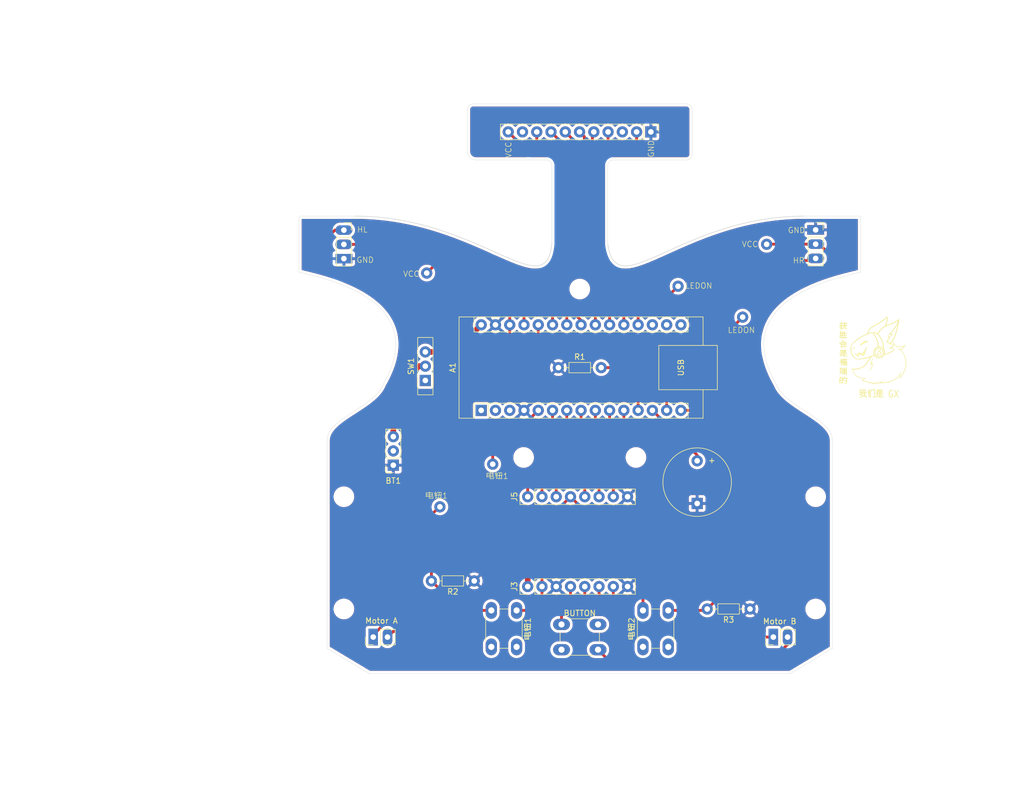
<source format=kicad_pcb>
(kicad_pcb (version 20241229) (generator "pcbnew") (generator_version "9.0")
  (title_block (title "Placa robot velocista grupo 10") (date "2025-11-09") (company "Facultad de Ciencias Físicas y Matemáticas de la Universidad de Chile"))
  (layers (0 "F.Cu" signal) (2 "B.Cu" signal) (13 "F.Paste" user) (15 "B.Paste" user) (5 "F.SilkS" user "F.Silkscreen") (7 "B.SilkS" user "B.Silkscreen") (1 "F.Mask" user) (3 "B.Mask" user) (25 "Edge.Cuts" user))
  (net 0 "")
  (net 3 "D1")
  (net 5 "电钮2")
  (net 6 "GND")
  (net 7 "PWMB")
  (net 8 "D4")
  (net 9 "D2")
  (net 10 "HL")
  (net 11 "电钮1")
  (net 12 "BIN1")
  (net 13 "BUTTON")
  (net 14 "BUZZER")
  (net 15 "AIN2")
  (net 16 "BIN2")
  (net 17 "VCC")
  (net 18 "AIN1")
  (net 20 "D3")
  (net 21 "7.4V")
  (net 22 "LEDON")
  (net 23 "D6")
  (net 25 "PWMA")
  (net 26 "HR")
  (net 27 "D5")
  (net 30 "B01")
  (net 31 "B02")
  (net 32 "A02")
  (net 33 "A01")
  (net 34 "Net-(BT1-+)")
  (footprint "Connector_PinHeader_1.00mm:PinHeader_1x01_P1.00mm_Vertical" (layer "F.Cu") (at 179 88)
    (property "Reference" "REF**" (hide yes))
    (property "Value" "PinHeader_1x01_P1.00mm_Vertical")
    (pad "1" thru_hole circle (at 0 0) (size 2 2) (drill 1) (layers "*.Cu" "*.Mask") (net 22 "LEDON"))
  )
  (footprint "Resistor_THT:R_Axial_DIN0204_L3.6mm_D1.6mm_P7.62mm_Horizontal" (layer "F.Cu") (at 131.21 135 180)
    (property "Reference" "R2" (at 3.81 -1.92 0) (layer "F.SilkS"))
    (property "Value" "10KΩ")
    (pad "1" thru_hole circle (at 0 0 180) (size 2 2) (drill 1) (layers "*.Cu" "*.Mask") (net 6 "GND"))
    (pad "2" thru_hole circle (at 7.62 0 180) (size 2 2) (drill 1) (layers "*.Cu" "*.Mask") (net 11 "电钮1"))
  )
  (footprint "MountingHole:MountingHole_2.7mm" (layer "F.Cu") (at 108 120)
    (property "Reference" "REF**" (hide yes))
    (property "Value" "MountingHole_2.7mm")
    (pad "" np_thru_hole circle (at 0 0) (size 2.7 2.7) (drill 2.7) (layers "*.Cu" "*.Mask"))
  )
  (footprint "Connector_PinHeader_2.54mm:PinHeader_1x02_P2.54mm_Vertical" (layer "F.Cu") (at 113.225 145 90)
    (property "Reference" "Motor A" (at 2.9 1.475 0) (layer "F.SilkS"))
    (property "Value" "Motor_DC")
    (pad "1" thru_hole rect (at 0 0 90) (size 3 1.7) (drill 1) (layers "*.Cu" "*.Mask") (net 33 "A01"))
    (pad "2" thru_hole oval (at 0 2.54 90) (size 3 1.7) (drill 1) (layers "*.Cu" "*.Mask") (net 32 "A02"))
  )
  (footprint "Connector_PinHeader_2.54mm:PinHeader_1x08_P2.54mm_Vertical" (layer "F.Cu") (at 140.73 120 90)
    (property "Reference" "J5" (at 0 -2.38 90) (layer "F.SilkS"))
    (property "Value" "Conn_01x08")
    (pad "1" thru_hole circle (at 0 0 90) (size 2 2) (drill 1) (layers "*.Cu" "*.Mask") (net 25 "PWMA"))
    (pad "2" thru_hole circle (at 0 2.54 90) (size 2 2) (drill 1) (layers "*.Cu" "*.Mask") (net 18 "AIN1"))
    (pad "3" thru_hole circle (at 0 5.08 90) (size 2 2) (drill 1) (layers "*.Cu" "*.Mask") (net 15 "AIN2"))
    (pad "4" thru_hole circle (at 0 7.62 90) (size 2 2) (drill 1) (layers "*.Cu" "*.Mask") (net 17 "VCC"))
    (pad "5" thru_hole circle (at 0 10.16 90) (size 2 2) (drill 1) (layers "*.Cu" "*.Mask") (net 12 "BIN1"))
    (pad "6" thru_hole circle (at 0 12.7 90) (size 2 2) (drill 1) (layers "*.Cu" "*.Mask") (net 16 "BIN2"))
    (pad "7" thru_hole circle (at 0 15.24 90) (size 2 2) (drill 1) (layers "*.Cu" "*.Mask") (net 7 "PWMB"))
    (pad "8" thru_hole circle (at 0 17.78 90) (size 2 2) (drill 1) (layers "*.Cu" "*.Mask") (net 6 "GND"))
  )
  (footprint "Connector_PinHeader_2.54mm:PinHeader_1x11_P2.54mm_Vertical" (layer "F.Cu") (at 162.66 55 -90)
    (property "Reference" "GND" (hide yes))
    (property "Value" "LineSensor")
    (pad "1" thru_hole rect (at 0 0 270) (size 2 2) (drill 1) (layers "*.Cu" "*.Mask") (net 6 "GND"))
    (pad "2" thru_hole circle (at 0 2.54 270) (size 2 2) (drill 1) (layers "*.Cu" "*.Mask") (net 22 "LEDON"))
    (pad "3" thru_hole circle (at 0 5.08 270) (size 2 2) (drill 1) (layers "*.Cu" "*.Mask"))
    (pad "4" thru_hole circle (at 0 7.62 270) (size 2 2) (drill 1) (layers "*.Cu" "*.Mask") (net 3 "D1"))
    (pad "5" thru_hole circle (at 0 10.16 270) (size 2 2) (drill 1) (layers "*.Cu" "*.Mask") (net 9 "D2"))
    (pad "6" thru_hole circle (at 0 12.7 270) (size 2 2) (drill 1) (layers "*.Cu" "*.Mask") (net 20 "D3"))
    (pad "7" thru_hole circle (at 0 15.24 270) (size 2 2) (drill 1) (layers "*.Cu" "*.Mask") (net 8 "D4"))
    (pad "8" thru_hole circle (at 0 17.78 270) (size 2 2) (drill 1) (layers "*.Cu" "*.Mask") (net 27 "D5"))
    (pad "9" thru_hole circle (at 0 20.32 270) (size 2 2) (drill 1) (layers "*.Cu" "*.Mask") (net 23 "D6"))
    (pad "10" thru_hole circle (at 0 22.86 270) (size 2 2) (drill 1) (layers "*.Cu" "*.Mask"))
    (pad "11" thru_hole circle (at 0 25.4 270) (size 2 2) (drill 1) (layers "*.Cu" "*.Mask") (net 17 "VCC"))
  )
  (footprint "MountingHole:MountingHole_2.7mm" (layer "F.Cu") (at 192 140)
    (property "Reference" "REF**" (hide yes))
    (property "Value" "MountingHole_2.7mm")
    (pad "" np_thru_hole circle (at 0 0) (size 2.7 2.7) (drill 2.7) (layers "*.Cu" "*.Mask"))
  )
  (footprint "MountingHole:MountingHole_2.7mm" (layer "F.Cu") (at 150 83)
    (property "Reference" "REF**" (hide yes))
    (property "Value" "MountingHole_2.7mm")
    (pad "" np_thru_hole circle (at 0 0) (size 2.7 2.7) (drill 2.7) (layers "*.Cu" "*.Mask"))
  )
  (footprint "Resistor_THT:R_Axial_DIN0204_L3.6mm_D1.6mm_P7.62mm_Horizontal" (layer "F.Cu") (at 146.19 97)
    (property "Reference" "R1" (at 3.81 -1.92 0) (layer "F.SilkS"))
    (property "Value" "47KΩ")
    (pad "1" thru_hole circle (at 0 0) (size 2 2) (drill 1) (layers "*.Cu" "*.Mask") (net 6 "GND"))
    (pad "2" thru_hole circle (at 7.62 0) (size 2 2) (drill 1) (layers "*.Cu" "*.Mask") (net 13 "BUTTON"))
  )
  (footprint "Connector_PinSocket_2.54mm:PinSocket_1x03_P2.54mm_Vertical" (layer "F.Cu") (at 116.8 114.38 180)
    (property "Reference" "BT1" (at 0 -2.77 0) (layer "F.SilkS"))
    (property "Value" "Battery")
    (pad "1" thru_hole circle (at 0 5.08 180) (size 2 2) (drill 1) (layers "*.Cu" "*.Mask") (net 34 "Net-(BT1-+)"))
    (pad "2" thru_hole rect (at 0 0 180) (size 2 2) (drill 1) (layers "*.Cu" "*.Mask") (net 6 "GND"))
    (pad "3" thru_hole circle (at 0 2.54 180) (size 2 2) (drill 1) (layers "*.Cu" "*.Mask"))
  )
  (footprint "Button_Switch_THT:SW_PUSH_6mm_H5mm" (layer "F.Cu") (at 138.75 140.25 -90)
    (property "Reference" "电钮1" (at 3.25 -2 90) (layer "F.SilkS"))
    (property "Value" "SW_Push")
    (pad "1" thru_hole oval (at 0 0) (size 2 3) (drill 1.1) (layers "*.Cu" "*.Mask") (net 17 "VCC"))
    (pad "1" thru_hole oval (at 6.5 0) (size 2 3) (drill 1.1) (layers "*.Cu" "*.Mask") (net 17 "VCC"))
    (pad "2" thru_hole oval (at 0 4.5) (size 2 3) (drill 1.1) (layers "*.Cu" "*.Mask") (net 11 "电钮1"))
    (pad "2" thru_hole oval (at 6.5 4.5) (size 2 3) (drill 1.1) (layers "*.Cu" "*.Mask") (net 11 "电钮1"))
  )
  (footprint "Connector_PinHeader_2.54mm:PinHeader_1x02_P2.54mm_Vertical" (layer "F.Cu") (at 184.46 145 90)
    (property "Reference" "Motor B" (at 2.8 1.14 0) (layer "F.SilkS"))
    (property "Value" "Motor_DC")
    (pad "1" thru_hole rect (at 0 0 90) (size 3 1.7) (drill 1) (layers "*.Cu" "*.Mask") (net 30 "B01"))
    (pad "2" thru_hole oval (at 0 2.54 90) (size 3 1.7) (drill 1) (layers "*.Cu" "*.Mask") (net 31 "B02"))
  )
  (footprint "Button_Switch_THT:SW_PUSH_6mm_H5mm" (layer "F.Cu") (at 146.75 142.75)
    (property "Reference" "BUTTON" (at 3.25 -2 0) (layer "F.SilkS"))
    (property "Value" "SW_Push")
    (pad "1" thru_hole oval (at 0 0 90) (size 2 3) (drill 1.1) (layers "*.Cu" "*.Mask") (net 17 "VCC"))
    (pad "1" thru_hole oval (at 6.5 0 90) (size 2 3) (drill 1.1) (layers "*.Cu" "*.Mask") (net 17 "VCC"))
    (pad "2" thru_hole oval (at 0 4.5 90) (size 2 3) (drill 1.1) (layers "*.Cu" "*.Mask") (net 13 "BUTTON"))
    (pad "2" thru_hole oval (at 6.5 4.5 90) (size 2 3) (drill 1.1) (layers "*.Cu" "*.Mask") (net 13 "BUTTON"))
  )
  (footprint "Connector_PinHeader_1.00mm:PinHeader_1x01_P1.00mm_Vertical" (layer "F.Cu") (at 134.5 114.2)
    (property "Reference" "REF**" (hide yes))
    (property "Value" "PinHeader_1x01_P1.00mm_Vertical")
    (pad "1" thru_hole circle (at 0 0) (size 2 2) (drill 1) (layers "*.Cu" "*.Mask") (net 11 "电钮1"))
  )
  (footprint "MountingHole:MountingHole_2.7mm" (layer "F.Cu") (at 192 120)
    (property "Reference" "REF**" (hide yes))
    (property "Value" "MountingHole_2.7mm")
    (pad "" np_thru_hole circle (at 0 0) (size 2.7 2.7) (drill 2.7) (layers "*.Cu" "*.Mask"))
  )
  (footprint "MountingHole:MountingHole_2.7mm" (layer "F.Cu") (at 160 113)
    (property "Reference" "REF**" (hide yes))
    (property "Value" "MountingHole_2.7mm")
    (pad "" np_thru_hole circle (at 0 0) (size 2.7 2.7) (drill 2.7) (layers "*.Cu" "*.Mask"))
  )
  (footprint "Button_Switch_THT:SW_PUSH_6mm_H5mm" (layer "F.Cu") (at 161.25 146.75 90)
    (property "Reference" "电钮2" (at 3.25 -2 90) (layer "F.SilkS"))
    (property "Value" "SW_Push")
    (pad "1" thru_hole oval (at 0 0 180) (size 2 3) (drill 1.1) (layers "*.Cu" "*.Mask") (net 17 "VCC"))
    (pad "1" thru_hole oval (at 6.5 0 180) (size 2 3) (drill 1.1) (layers "*.Cu" "*.Mask") (net 17 "VCC"))
    (pad "2" thru_hole oval (at 0 4.5 180) (size 2 3) (drill 1.1) (layers "*.Cu" "*.Mask") (net 5 "电钮2"))
    (pad "2" thru_hole oval (at 6.5 4.5 180) (size 2 3) (drill 1.1) (layers "*.Cu" "*.Mask") (net 5 "电钮2"))
  )
  (footprint "Connector_PinHeader_1.00mm:PinHeader_1x01_P1.00mm_Vertical" (layer "F.Cu") (at 183.275 75.025)
    (property "Reference" "REF**" (hide yes))
    (property "Value" "PinHeader_1x01_P1.00mm_Vertical")
    (pad "1" thru_hole circle (at 0 0) (size 2 2) (drill 1) (layers "*.Cu" "*.Mask") (net 17 "VCC"))
  )
  (footprint "Button_Switch_THT:SW_Slide-03_Wuerth-WS-SLTV_10x2.5x6.4_P2.54mm" (layer "F.Cu") (at 122.5 96.74 90)
    (property "Reference" "SW1" (at 0 -2.54 90) (layer "F.SilkS"))
    (property "Value" "SW_Nidec_CAS-120A1")
    (pad "1" thru_hole rect (at -2.54 0 90) (size 2 2) (drill 1) (layers "*.Cu" "*.Mask"))
    (pad "2" thru_hole circle (at 0 0 90) (size 2 2) (drill 1) (layers "*.Cu" "*.Mask") (net 34 "Net-(BT1-+)"))
    (pad "3" thru_hole circle (at 2.54 0 90) (size 2 2) (drill 1) (layers "*.Cu" "*.Mask") (net 21 "7.4V"))
  )
  (footprint "Buzzer_Beeper:Buzzer_12x9.5RM7.6" (layer "F.Cu") (at 170.9 113.6 -90)
    (property "Reference" "BZ1" (hide yes))
    (property "Value" "Buzzer")
    (fp_text user "+" (at -0.01 -2.54 90) (layer "F.SilkS"))
    (pad "1" thru_hole circle (at 0 0 270) (size 2 2) (drill 1) (layers "*.Cu" "*.Mask") (net 14 "BUZZER"))
    (pad "2" thru_hole rect (at 7.6 0 270) (size 2 2) (drill 1) (layers "*.Cu" "*.Mask") (net 6 "GND"))
  )
  (footprint "Connector_PinSocket_2.54mm:PinSocket_1x03_P2.54mm_Vertical" (layer "F.Cu") (at 192 72.46)
    (property "Reference" "HR1" (hide yes))
    (property "Value" "Conn_01x03_MountingPin")
    (pad "1" thru_hole oval (at 0 5.08) (size 3 1.7) (drill 1) (layers "*.Cu" "*.Mask") (net 26 "HR"))
    (pad "2" thru_hole oval (at 0 2.54) (size 3 1.7) (drill 1) (layers "*.Cu" "*.Mask") (net 17 "VCC"))
    (pad "3" thru_hole rect (at 0 0) (size 3 1.7) (drill 1) (layers "*.Cu" "*.Mask") (net 6 "GND"))
  )
  (footprint "MountingHole:MountingHole_2.7mm" (layer "F.Cu") (at 108 140)
    (property "Reference" "REF**" (hide yes))
    (property "Value" "MountingHole_2.7mm")
    (pad "" np_thru_hole circle (at 0 0) (size 2.7 2.7) (drill 2.7) (layers "*.Cu" "*.Mask"))
  )
  (footprint "Custom:proto" (layer "F.Cu") (at 203.1 93.9)
    (property "Reference" "G***" (hide yes))
    (property "Value" "LOGO" (hide yes))
  )
  (footprint "Connector_PinHeader_2.54mm:PinHeader_1x08_P2.54mm_Vertical" (layer "F.Cu") (at 140.73 136 90)
    (property "Reference" "J3" (at 0 -2.38 90) (layer "F.SilkS"))
    (property "Value" "Conn_01x08")
    (pad "1" thru_hole circle (at 0 0 90) (size 2 2) (drill 1) (layers "*.Cu" "*.Mask") (net 21 "7.4V"))
    (pad "2" thru_hole circle (at 0 2.54 90) (size 2 2) (drill 1) (layers "*.Cu" "*.Mask") (net 17 "VCC"))
    (pad "3" thru_hole circle (at 0 5.08 90) (size 2 2) (drill 1) (layers "*.Cu" "*.Mask") (net 6 "GND"))
    (pad "4" thru_hole circle (at 0 7.62 90) (size 2 2) (drill 1) (layers "*.Cu" "*.Mask") (net 33 "A01"))
    (pad "5" thru_hole circle (at 0 10.16 90) (size 2 2) (drill 1) (layers "*.Cu" "*.Mask") (net 32 "A02"))
    (pad "6" thru_hole circle (at 0 12.7 90) (size 2 2) (drill 1) (layers "*.Cu" "*.Mask") (net 31 "B02"))
    (pad "7" thru_hole circle (at 0 15.24 90) (size 2 2) (drill 1) (layers "*.Cu" "*.Mask") (net 30 "B01"))
    (pad "8" thru_hole circle (at 0 17.78 90) (size 2 2) (drill 1) (layers "*.Cu" "*.Mask") (net 6 "GND"))
  )
  (footprint "Module:Arduino_Nano" (layer "F.Cu") (at 132.45 104.61 90)
    (property "Reference" "A1" (at 7.62 -5.08 90) (layer "F.SilkS"))
    (property "Value" "Arduino_Nano_Every")
    (fp_text user "USB" (at 7.62 35.56 90) (layer "F.SilkS"))
    (pad "1" thru_hole rect (at 0 0 90) (size 2 2) (drill 1) (layers "*.Cu" "*.Mask"))
    (pad "2" thru_hole circle (at 0 2.54 90) (size 2 2) (drill 1) (layers "*.Cu" "*.Mask"))
    (pad "3" thru_hole circle (at 0 5.08 90) (size 2 2) (drill 1) (layers "*.Cu" "*.Mask"))
    (pad "4" thru_hole circle (at 0 7.62 90) (size 2 2) (drill 1) (layers "*.Cu" "*.Mask") (net 6 "GND"))
    (pad "5" thru_hole circle (at 0 10.16 90) (size 2 2) (drill 1) (layers "*.Cu" "*.Mask") (net 11 "电钮1"))
    (pad "6" thru_hole circle (at 0 12.7 90) (size 2 2) (drill 1) (layers "*.Cu" "*.Mask") (net 25 "PWMA"))
    (pad "7" thru_hole circle (at 0 15.24 90) (size 2 2) (drill 1) (layers "*.Cu" "*.Mask") (net 18 "AIN1"))
    (pad "8" thru_hole circle (at 0 17.78 90) (size 2 2) (drill 1) (layers "*.Cu" "*.Mask") (net 15 "AIN2"))
    (pad "9" thru_hole circle (at 0 20.32 90) (size 2 2) (drill 1) (layers "*.Cu" "*.Mask") (net 12 "BIN1"))
    (pad "10" thru_hole circle (at 0 22.86 90) (size 2 2) (drill 1) (layers "*.Cu" "*.Mask") (net 16 "BIN2"))
    (pad "11" thru_hole circle (at 0 25.4 90) (size 2 2) (drill 1) (layers "*.Cu" "*.Mask") (net 7 "PWMB"))
    (pad "12" thru_hole circle (at 0 27.94 90) (size 2 2) (drill 1) (layers "*.Cu" "*.Mask") (net 13 "BUTTON"))
    (pad "13" thru_hole circle (at 0 30.48 90) (size 2 2) (drill 1) (layers "*.Cu" "*.Mask") (net 14 "BUZZER"))
    (pad "14" thru_hole circle (at 0 33.02 90) (size 2 2) (drill 1) (layers "*.Cu" "*.Mask") (net 22 "LEDON"))
    (pad "15" thru_hole circle (at 0 35.56 90) (size 2 2) (drill 1) (layers "*.Cu" "*.Mask") (net 5 "电钮2"))
    (pad "16" thru_hole circle (at 15.24 35.56 90) (size 2 2) (drill 1) (layers "*.Cu" "*.Mask"))
    (pad "17" thru_hole circle (at 15.24 33.02 90) (size 2 2) (drill 1) (layers "*.Cu" "*.Mask"))
    (pad "18" thru_hole circle (at 15.24 30.48 90) (size 2 2) (drill 1) (layers "*.Cu" "*.Mask"))
    (pad "19" thru_hole circle (at 15.24 27.94 90) (size 2 2) (drill 1) (layers "*.Cu" "*.Mask") (net 26 "HR"))
    (pad "20" thru_hole circle (at 15.24 25.4 90) (size 2 2) (drill 1) (layers "*.Cu" "*.Mask") (net 3 "D1"))
    (pad "21" thru_hole circle (at 15.24 22.86 90) (size 2 2) (drill 1) (layers "*.Cu" "*.Mask") (net 9 "D2"))
    (pad "22" thru_hole circle (at 15.24 20.32 90) (size 2 2) (drill 1) (layers "*.Cu" "*.Mask") (net 20 "D3"))
    (pad "23" thru_hole circle (at 15.24 17.78 90) (size 2 2) (drill 1) (layers "*.Cu" "*.Mask") (net 8 "D4"))
    (pad "24" thru_hole circle (at 15.24 15.24 90) (size 2 2) (drill 1) (layers "*.Cu" "*.Mask") (net 27 "D5"))
    (pad "25" thru_hole circle (at 15.24 12.7 90) (size 2 2) (drill 1) (layers "*.Cu" "*.Mask") (net 23 "D6"))
    (pad "26" thru_hole circle (at 15.24 10.16 90) (size 2 2) (drill 1) (layers "*.Cu" "*.Mask") (net 10 "HL"))
    (pad "27" thru_hole circle (at 15.24 7.62 90) (size 2 2) (drill 1) (layers "*.Cu" "*.Mask") (net 17 "VCC"))
    (pad "28" thru_hole circle (at 15.24 5.08 90) (size 2 2) (drill 1) (layers "*.Cu" "*.Mask") (net 10 "HL"))
    (pad "29" thru_hole circle (at 15.24 2.54 90) (size 2 2) (drill 1) (layers "*.Cu" "*.Mask") (net 6 "GND"))
    (pad "30" thru_hole circle (at 15.24 0 90) (size 2 2) (drill 1) (layers "*.Cu" "*.Mask") (net 21 "7.4V"))
  )
  (footprint "Connector_PinSocket_2.54mm:PinSocket_1x03_P2.54mm_Vertical" (layer "F.Cu") (at 108 72.5)
    (property "Reference" "HL" (hide yes))
    (property "Value" "Conn_01x03_MountingPin")
    (pad "1" thru_hole oval (at 0 0) (size 3 1.7) (drill 1) (layers "*.Cu" "*.Mask") (net 10 "HL"))
    (pad "2" thru_hole oval (at 0 2.54) (size 3 1.7) (drill 1) (layers "*.Cu" "*.Mask") (net 17 "VCC"))
    (pad "3" thru_hole rect (at 0 5.08) (size 3 1.7) (drill 1) (layers "*.Cu" "*.Mask") (net 6 "GND"))
  )
  (footprint "Connector_PinHeader_1.00mm:PinHeader_1x01_P1.00mm_Vertical" (layer "F.Cu") (at 122.75 80.15)
    (property "Reference" "REF**" (hide yes))
    (property "Value" "PinHeader_1x01_P1.00mm_Vertical")
    (pad "1" thru_hole circle (at 0 0) (size 2 2) (drill 1) (layers "*.Cu" "*.Mask") (net 17 "VCC"))
  )
  (footprint "MountingHole:MountingHole_2.7mm" (layer "F.Cu") (at 140 113)
    (property "Reference" "REF**" (hide yes))
    (property "Value" "MountingHole_2.7mm")
    (pad "" np_thru_hole circle (at 0 0) (size 2.7 2.7) (drill 2.7) (layers "*.Cu" "*.Mask"))
  )
  (footprint "Connector_PinHeader_1.00mm:PinHeader_1x01_P1.00mm_Vertical" (layer "F.Cu") (at 125.1 121.8)
    (property "Reference" "REF**" (hide yes))
    (property "Value" "PinHeader_1x01_P1.00mm_Vertical")
    (pad "1" thru_hole circle (at 0 0) (size 2 2) (drill 1) (layers "*.Cu" "*.Mask") (net 11 "电钮1"))
  )
  (footprint "Connector_PinHeader_1.00mm:PinHeader_1x01_P1.00mm_Vertical" (layer "F.Cu") (at 167.5 82.5)
    (property "Reference" "REF**" (hide yes))
    (property "Value" "PinHeader_1x01_P1.00mm_Vertical")
    (pad "1" thru_hole circle (at 0 0) (size 2 2) (drill 1) (layers "*.Cu" "*.Mask") (net 22 "LEDON"))
  )
  (footprint "Resistor_THT:R_Axial_DIN0204_L3.6mm_D1.6mm_P7.62mm_Horizontal" (layer "F.Cu") (at 180.31 140 180)
    (property "Reference" "R3" (at 3.81 -1.92 0) (layer "F.SilkS"))
    (property "Value" "10KΩ")
    (pad "1" thru_hole circle (at 0 0 180) (size 2 2) (drill 1) (layers "*.Cu" "*.Mask") (net 6 "GND"))
    (pad "2" thru_hole circle (at 7.62 0 180) (size 2 2) (drill 1) (layers "*.Cu" "*.Mask") (net 5 "电钮2"))
  )
  (gr_line (start 123.333998 79.566002) (end 125.190801 77.709199) (stroke (width 0.5)) (layer "F.Cu") (net 17))
  (gr_line (start 155 75) (end 155 61) (stroke (width 0.05)) (layer "Edge.Cuts"))
  (gr_curve (pts (xy 115 100) (xy 123.806302 84.693698) (xy 104 81) (xy 100 80)) (stroke (width 0.05)) (layer "Edge.Cuts"))
  (gr_line (start 130 58.5) (end 130 51) (stroke (width 0.05)) (layer "Edge.Cuts"))
  (gr_curve (pts (xy 110 70) (xy 132 70) (xy 144 86) (xy 145 75)) (stroke (width 0.1)) (layer "Edge.Cuts"))
  (gr_curve (pts (xy 185 100) (xy 176.193698 84.693698) (xy 196 81) (xy 200 80)) (stroke (width 0.05)) (layer "Edge.Cuts"))
  (gr_arc (start 169 50) (mid 169.707107 50.292893) (end 170 51) (stroke (width 0.05)) (layer "Edge.Cuts"))
  (gr_arc (start 155 61) (mid 155.292893 60.292893) (end 156 60) (stroke (width 0.05)) (layer "Edge.Cuts"))
  (gr_line (start 156 60) (end 169 60) (stroke (width 0.05)) (layer "Edge.Cuts"))
  (gr_line (start 195 147) (end 195 110) (stroke (width 0.05)) (layer "Edge.Cuts"))
  (gr_line (start 190 70) (end 200 70) (stroke (width 0.05)) (layer "Edge.Cuts"))
  (gr_arc (start 144 60) (mid 144.707107 60.292893) (end 145 61) (stroke (width 0.05)) (layer "Edge.Cuts"))
  (gr_curve (pts (xy 190 70) (xy 168 70) (xy 156.5 86) (xy 155 75)) (stroke (width 0.1)) (layer "Edge.Cuts"))
  (gr_arc (start 131.5 60) (mid 130.43934 59.56066) (end 130 58.5) (stroke (width 0.05)) (layer "Edge.Cuts"))
  (gr_line (start 170 51) (end 170 59) (stroke (width 0.05)) (layer "Edge.Cuts"))
  (gr_line (start 187.5 151.5) (end 112.5 151.5) (stroke (width 0.05)) (layer "Edge.Cuts"))
  (gr_line (start 145 75) (end 145 61) (stroke (width 0.05)) (layer "Edge.Cuts"))
  (gr_line (start 100 70) (end 110 70) (stroke (width 0.05)) (layer "Edge.Cuts"))
  (gr_line (start 131 50) (end 169 50) (stroke (width 0.05)) (layer "Edge.Cuts"))
  (gr_line (start 100 70) (end 100 80) (stroke (width 0.05)) (layer "Edge.Cuts"))
  (gr_line (start 195 147) (end 187.5 151.5) (stroke (width 0.05)) (layer "Edge.Cuts"))
  (gr_curve (pts (xy 105 110) (xy 105 106) (xy 113.414203 104.085797) (xy 115 100)) (stroke (width 0.05)) (layer "Edge.Cuts"))
  (gr_line (start 200 80) (end 200 70) (stroke (width 0.05)) (layer "Edge.Cuts"))
  (gr_line (start 105 147) (end 112.5 151.5) (stroke (width 0.05)) (layer "Edge.Cuts"))
  (gr_curve (pts (xy 195 110) (xy 195 106) (xy 186.585797 104.085797) (xy 185 100)) (stroke (width 0.05)) (layer "Edge.Cuts"))
  (gr_line (start 131.5 60) (end 144 60) (stroke (width 0.05)) (layer "Edge.Cuts"))
  (gr_arc (start 130 51) (mid 130.292893 50.292893) (end 131 50) (stroke (width 0.05)) (layer "Edge.Cuts"))
  (gr_arc (start 170 59) (mid 169.707107 59.707107) (end 169 60) (stroke (width 0.05)) (layer "Edge.Cuts"))
  (gr_line (start 105 147) (end 105 110) (stroke (width 0.05)) (layer "Edge.Cuts"))
  (gr_text "获\n胜\n会\n是\n福\n瑞\n的" (at 196.1 99.9 0) (layer "F.SilkS") (effects (font (size 1 1)) (justify left bottom)))
  (gr_text "电钮1" (at 133.3 116.9 0) (layer "F.SilkS") (effects (font (size 1 1) (thickness 0.1)) (justify left bottom)))
  (gr_text "GND" (at 187 73.1 0) (layer "F.SilkS") (effects (font (size 1 1) (thickness 0.1)) (justify left bottom)))
  (gr_text "LEDON\n" (at 176.3 90.9 0) (layer "F.SilkS") (effects (font (size 1 1) (thickness 0.1)) (justify left bottom)))
  (gr_text "电钮1" (at 122.5 120.4 0) (layer "F.SilkS") (effects (font (size 1 1) (thickness 0.1)) (justify left bottom)))
  (gr_text "我们是 GX " (at 199.6 102.4 0) (layer "F.SilkS") (effects (font (size 1.2 1)) (justify left bottom)))
  (gr_text "GND" (at 163.3 59.6 90) (layer "F.SilkS") (effects (font (size 1 1) (thickness 0.1)) (justify left bottom)))
  (gr_text "HL" (at 110.3 73 0) (layer "F.SilkS") (effects (font (size 1 1) (thickness 0.1)) (justify left bottom)))
  (gr_text "VCC" (at 137.9 59.7 90) (layer "F.SilkS") (effects (font (size 1 1) (thickness 0.1)) (justify left bottom)))
  (gr_text "HR\n" (at 187.9 78.5 0) (layer "F.SilkS") (effects (font (size 1 1) (thickness 0.1)) (justify left bottom)))
  (gr_text "LEDON" (at 168.7 83 0) (layer "F.SilkS") (effects (font (size 1 1) (thickness 0.1)) (justify left bottom)))
  (gr_text "VCC" (at 178.8 75.6 0) (layer "F.SilkS") (effects (font (size 1 1) (thickness 0.1)) (justify left bottom)))
  (gr_text "VCC" (at 118.5 80.885 0) (layer "F.SilkS") (effects (font (size 1 1) (thickness 0.1)) (justify left bottom)))
  (gr_text "GND\n" (at 110.2 78.4 0) (layer "F.SilkS") (effects (font (size 1 1) (thickness 0.1)) (justify left bottom)))
  (segment (start 153.248 59.274298) (end 153.248 77.748) (width 0.5) (layer "F.Cu") (net 3))
  (segment (start 157.85 82.35) (end 157.85 89.37) (width 0.5) (layer "F.Cu") (net 3))
  (segment (start 153.248 77.748) (end 157.85 82.35) (width 0.5) (layer "F.Cu") (net 3))
  (segment (start 155.04 55) (end 155.04 57.482298) (width 0.5) (layer "F.Cu") (net 3))
  (segment (start 155.04 57.482298) (end 153.248 59.274298) (width 0.5) (layer "F.Cu") (net 3))
  (segment (start 169.62 104.61) (end 187.34 122.33) (width 0.5) (layer "F.Cu") (net 5))
  (segment (start 165.75 140.25) (end 172.44 140.25) (width 0.5) (layer "F.Cu") (net 5))
  (segment (start 186.01 136.47) (end 176.22 136.47) (width 0.5) (layer "F.Cu") (net 5))
  (segment (start 187.34 135.14) (end 186.01 136.47) (width 0.5) (layer "F.Cu") (net 5))
  (segment (start 176.22 136.47) (end 172.69 140) (width 0.5) (layer "F.Cu") (net 5))
  (segment (start 168.01 104.61) (end 169.62 104.61) (width 0.5) (layer "F.Cu") (net 5))
  (segment (start 187.34 122.33) (end 187.34 135.14) (width 0.5) (layer "F.Cu") (net 5))
  (segment (start 172.44 140.25) (end 172.69 140) (width 0.5) (layer "F.Cu") (net 5))
  (segment (start 156.5 115.5) (end 155.97 116.03) (width 0.5) (layer "F.Cu") (net 7))
  (segment (start 157.85 106.15) (end 156.5 107.5) (width 0.5) (layer "F.Cu") (net 7))
  (segment (start 157.85 104.61) (end 157.85 106.15) (width 0.5) (layer "F.Cu") (net 7))
  (segment (start 155.97 116.03) (end 155.97 120) (width 0.5) (layer "F.Cu") (net 7))
  (segment (start 156.5 107.5) (end 156.5 115.5) (width 0.5) (layer "F.Cu") (net 7))
  (segment (start 149.003 56.583) (end 149.003 78.912628) (width 0.5) (layer "F.Cu") (net 8))
  (segment (start 147.152 80.763628) (end 147.152 85.5) (width 0.5) (layer "F.Cu") (net 8))
  (segment (start 147.42 55) (end 149.003 56.583) (width 0.5) (layer "F.Cu") (net 8))
  (segment (start 150.23 88.578) (end 150.23 89.37) (width 0.5) (layer "F.Cu") (net 8))
  (segment (start 149.003 78.912628) (end 147.152 80.763628) (width 0.5) (layer "F.Cu") (net 8))
  (segment (start 147.152 85.5) (end 150.23 88.578) (width 0.5) (layer "F.Cu") (net 8))
  (segment (start 152.247 55.253) (end 152.247 78.247) (width 0.5) (layer "F.Cu") (net 9))
  (segment (start 152.247 78.247) (end 155.31 81.31) (width 0.5) (layer "F.Cu") (net 9))
  (segment (start 152.5 55) (end 152.247 55.253) (width 0.5) (layer "F.Cu") (net 9))
  (segment (start 155.31 81.31) (end 155.31 89.37) (width 0.5) (layer "F.Cu") (net 9))
  (segment (start 137.53 84.53) (end 136 83) (width 0.5) (layer "F.Cu") (net 10))
  (segment (start 141.7 91.9) (end 138.2 91.9) (width 0.5) (layer "F.Cu") (net 10))
  (segment (start 136 83) (end 116.2 83) (width 0.5) (layer "F.Cu") (net 10))
  (segment (start 142.61 90.99) (end 141.7 91.9) (width 0.5) (layer "F.Cu") (net 10))
  (segment (start 106.4 72.5) (end 108 72.5) (width 0.5) (layer "F.Cu") (net 10))
  (segment (start 105.2 78.982) (end 105.2 73.7) (width 0.5) (layer "F.Cu") (net 10))
  (segment (start 105.2 73.7) (end 106.4 72.5) (width 0.5) (layer "F.Cu") (net 10))
  (segment (start 142.61 89.37) (end 142.61 90.99) (width 0.5) (layer "F.Cu") (net 10))
  (segment (start 107.018 80.8) (end 105.2 78.982) (width 0.5) (layer "F.Cu") (net 10))
  (segment (start 137.53 89.37) (end 137.53 84.53) (width 0.5) (layer "F.Cu") (net 10))
  (segment (start 137.53 91.23) (end 137.53 89.37) (width 0.5) (layer "F.Cu") (net 10))
  (segment (start 138.2 91.9) (end 137.53 91.23) (width 0.5) (layer "F.Cu") (net 10))
  (segment (start 114 80.8) (end 107.018 80.8) (width 0.5) (layer "F.Cu") (net 10))
  (segment (start 116.2 83) (end 114 80.8) (width 0.5) (layer "F.Cu") (net 10))
  (segment (start 142.61 104.61) (end 139.52 107.7) (width 0.5) (layer "F.Cu") (net 11))
  (segment (start 134.5 108.7) (end 134.5 114.3) (width 0.5) (layer "F.Cu") (net 11))
  (segment (start 123.59 123.21) (end 125 121.8) (width 0.5) (layer "F.Cu") (net 11))
  (segment (start 134.25 140.25) (end 128.84 140.25) (width 0.5) (layer "F.Cu") (net 11))
  (segment (start 139.52 107.7) (end 135.5 107.7) (width 0.5) (layer "F.Cu") (net 11))
  (segment (start 123.59 135) (end 123.59 123.21) (width 0.5) (layer "F.Cu") (net 11))
  (segment (start 128.84 140.25) (end 123.59 135) (width 0.5) (layer "F.Cu") (net 11))
  (segment (start 134.5 108.7) (end 135.5 107.7) (width 0.5) (layer "F.Cu") (net 11))
  (segment (start 150.89 120) (end 150.89 113.61) (width 0.5) (layer "F.Cu") (net 12))
  (segment (start 152.77 111.73) (end 152.77 104.61) (width 0.5) (layer "F.Cu") (net 12))
  (segment (start 150.89 113.61) (end 152.77 111.73) (width 0.5) (layer "F.Cu") (net 12))
  (segment (start 188 137) (end 189 136) (width 0.5) (layer "F.Cu") (net 13))
  (segment (start 188 141.5) (end 188 137) (width 0.5) (layer "F.Cu") (net 13))
  (segment (start 178.5 84) (end 165.5 97) (width 0.5) (layer "F.Cu") (net 13))
  (segment (start 153.81 97) (end 165.5 97) (width 0.5) (layer "F.Cu") (net 13))
  (segment (start 189 136) (end 189 121.5) (width 0.5) (layer "F.Cu") (net 13))
  (segment (start 155.001 149.001) (end 187.499 149.001) (width 0.5) (layer "F.Cu") (net 13))
  (segment (start 165.5 97) (end 160.39 102.11) (width 0.5) (layer "F.Cu") (net 13))
  (segment (start 160.39 102.11) (end 160.39 104.61) (width 0.5) (layer "F.Cu") (net 13))
  (segment (start 153.25 147.25) (end 155.001 149.001) (width 0.5) (layer "F.Cu") (net 13))
  (segment (start 187.499 149.001) (end 190 146.5) (width 0.5) (layer "F.Cu") (net 13))
  (segment (start 181.5 114) (end 181.5 85) (width 0.5) (layer "F.Cu") (net 13))
  (segment (start 180.5 84) (end 178.5 84) (width 0.5) (layer "F.Cu") (net 13))
  (segment (start 190 146.5) (end 190 143.5) (width 0.5) (layer "F.Cu") (net 13))
  (segment (start 190 143.5) (end 188 141.5) (width 0.5) (layer "F.Cu") (net 13))
  (segment (start 181.5 85) (end 180.5 84) (width 0.5) (layer "F.Cu") (net 13))
  (segment (start 189 121.5) (end 181.5 114) (width 0.5) (layer "F.Cu") (net 13))
  (segment (start 170.9 112.58) (end 170.9 113.6) (width 0.5) (layer "F.Cu") (net 14))
  (segment (start 162.93 104.61) (end 170.9 112.58) (width 0.5) (layer "F.Cu") (net 14))
  (segment (start 150.23 104.61) (end 150.23 111.77) (width 0.5) (layer "F.Cu") (net 15))
  (segment (start 150.23 111.77) (end 145.81 116.19) (width 0.5) (layer "F.Cu") (net 15))
  (segment (start 145.81 116.19) (end 145.81 120) (width 0.5) (layer "F.Cu") (net 15))
  (segment (start 145.81 120) (end 146.151 119.659) (width 0.5) (layer "F.Cu") (net 15))
  (segment (start 153.43 114.07) (end 155.31 112.19) (width 0.5) (layer "F.Cu") (net 16))
  (segment (start 155.31 112.19) (end 155.31 104.61) (width 0.5) (layer "F.Cu") (net 16))
  (segment (start 153.43 120) (end 153.43 114.07) (width 0.5) (layer "F.Cu") (net 16))
  (segment (start 143.27 126) (end 143.27 125.08) (width 0.5) (layer "F.Cu") (net 17))
  (segment (start 167 93.8) (end 136 93.8) (width 0.5) (layer "F.Cu") (net 17))
  (segment (start 142.54 138.5) (end 142.77 138.27) (width 0.5) (layer "F.Cu") (net 17))
  (segment (start 143.27 137.77) (end 143.27 136) (width 0.5) (layer "F.Cu") (net 17))
  (segment (start 142.79 138.25) (end 143.75 138.25) (width 0.5) (layer "F.Cu") (net 17))
  (segment (start 140.9 125.5) (end 142.85 125.5) (width 0.5) (layer "F.Cu") (net 17))
  (segment (start 146.75 141.25) (end 144 138.5) (width 0.5) (layer "F.Cu") (net 17))
  (segment (start 146 59.937926) (end 146 77.5) (width 0.5) (layer "F.Cu") (net 17))
  (segment (start 161.25 132.9) (end 161.25 133.32) (width 0.5) (layer "F.Cu") (net 17))
  (segment (start 131.4 116) (end 140.9 125.5) (width 0.5) (layer "F.Cu") (net 17))
  (segment (start 192.354156 80.1) (end 180.7 80.1) (width 0.5) (layer "F.Cu") (net 17))
  (segment (start 192 75) (end 183 75) (width 0.5) (layer "F.Cu") (net 17))
  (segment (start 128.6 106.6) (end 131.4 109.4) (width 0.5) (layer "F.Cu") (net 17))
  (segment (start 151.9 123.55) (end 161.25 132.9) (width 0.5) (layer "F.Cu") (net 17))
  (segment (start 137.26 55) (end 141.509 59.249) (width 0.5) (layer "F.Cu") (net 17))
  (segment (start 146.75 142.75) (end 146.75 141.25) (width 0.5) (layer "F.Cu") (net 17))
  (segment (start 180.7 80.1) (end 167 93.8) (width 0.5) (layer "F.Cu") (net 17))
  (segment (start 146 77.5) (end 140.07 83.43) (width 0.5) (layer "F.Cu") (net 17))
  (segment (start 143.27 126) (end 143.27 125.92) (width 0.5) (layer "F.Cu") (net 17))
  (segment (start 194.251 78.203156) (end 192.354156 80.1) (width 0.5) (layer "F.Cu") (net 17))
  (segment (start 143.27 136) (end 143.27 126) (width 0.5) (layer "F.Cu") (net 17))
  (segment (start 134.24 77.6) (end 140.07 83.43) (width 0.5) (layer "F.Cu") (net 17))
  (segment (start 192 75) (end 192.65 75) (width 0.5) (layer "F.Cu") (net 17))
  (segment (start 131.4 109.4) (end 131.4 116) (width 0.5) (layer "F.Cu") (net 17))
  (segment (start 142.54 138.5) (end 140.79 140.25) (width 0.5) (layer "F.Cu") (net 17))
  (segment (start 192.65 75) (end 194.251 76.601) (width 0.5) (layer "F.Cu") (net 17))
  (segment (start 108 75.04) (end 117.54 75.04) (width 0.5) (layer "F.Cu") (net 17))
  (segment (start 142.54 138.5) (end 144 138.5) (width 0.5) (layer "F.Cu") (net 17))
  (segment (start 141.509 59.249) (end 145.311074 59.249) (width 0.5) (layer "F.Cu") (net 17))
  (segment (start 145.311074 59.249) (end 146 59.937926) (width 0.5) (layer "F.Cu") (net 17))
  (segment (start 140.07 83.43) (end 140.07 89.37) (width 0.5) (layer "F.Cu") (net 17))
  (segment (start 144 138.5) (end 143.75 138.25) (width 0.5) (layer "F.Cu") (net 17))
  (segment (start 194.251 76.601) (end 194.251 78.203156) (width 0.5) (layer "F.Cu") (net 17))
  (segment (start 120.1 77.6) (end 134.24 77.6) (width 0.5) (layer "F.Cu") (net 17))
  (segment (start 140.79 140.25) (end 138.75 140.25) (width 0.5) (layer "F.Cu") (net 17))
  (segment (start 143.27 125.08) (end 148.35 120) (width 0.5) (layer "F.Cu") (net 17))
  (segment (start 148.35 120) (end 151.9 123.55) (width 0.5) (layer "F.Cu") (net 17))
  (segment (start 142.77 138.27) (end 143.27 137.77) (width 0.5) (layer "F.Cu") (net 17))
  (segment (start 117.54 75.04) (end 120.1 77.6) (width 0.5) (layer "F.Cu") (net 17))
  (segment (start 136 93.8) (end 128.6 101.2) (width 0.5) (layer "F.Cu") (net 17))
  (segment (start 142.77 138.27) (end 142.79 138.25) (width 0.5) (layer "F.Cu") (net 17))
  (segment (start 161.25 133.32) (end 161.25 140.25) (width 0.5) (layer "F.Cu") (net 17))
  (segment (start 143.27 125.92) (end 142.85 125.5) (width 0.5) (layer "F.Cu") (net 17))
  (segment (start 143.75 138.25) (end 143.27 137.77) (width 0.5) (layer "F.Cu") (net 17))
  (segment (start 142.85 125.5) (end 143.27 125.08) (width 0.5) (layer "F.Cu") (net 17))
  (segment (start 128.6 101.2) (end 128.6 106.6) (width 0.5) (layer "F.Cu") (net 17))
  (segment (start 143.27 120) (end 143.27 116.73) (width 0.5) (layer "F.Cu") (net 18))
  (segment (start 147.69 112.31) (end 147.69 104.61) (width 0.5) (layer "F.Cu") (net 18))
  (segment (start 143.27 116.73) (end 147.69 112.31) (width 0.5) (layer "F.Cu") (net 18))
  (segment (start 153.5 85.5) (end 152.77 86.23) (width 0.5) (layer "F.Cu") (net 20))
  (segment (start 152.77 86.23) (end 152.77 89.37) (width 0.5) (layer "F.Cu") (net 20))
  (segment (start 150.81 55.85) (end 150.81 78.31) (width 0.5) (layer "F.Cu") (net 20))
  (segment (start 150.81 78.31) (end 153.5 81) (width 0.5) (layer "F.Cu") (net 20))
  (segment (start 153.5 81) (end 153.5 85.5) (width 0.5) (layer "F.Cu") (net 20))
  (segment (start 149.96 55) (end 150.81 55.85) (width 0.5) (layer "F.Cu") (net 20))
  (segment (start 122.5 94.2) (end 125.2 94.2) (width 1) (layer "F.Cu") (net 21))
  (segment (start 126.1 95.1) (end 125.2 94.2) (width 1) (layer "F.Cu") (net 21))
  (segment (start 126.1 116.7) (end 126.1 95.1) (width 1) (layer "F.Cu") (net 21))
  (segment (start 140.73 131.33) (end 126.1 116.7) (width 1) (layer "F.Cu") (net 21))
  (segment (start 125.2 94.2) (end 127.62 94.2) (width 1) (layer "F.Cu") (net 21))
  (segment (start 140.73 136) (end 140.73 131.33) (width 1) (layer "F.Cu") (net 21))
  (segment (start 132.45 89.47) (end 132.45 89.37) (width 1) (layer "F.Cu") (net 21))
  (segment (start 127.62 94.2) (end 132.45 89.37) (width 1) (layer "F.Cu") (net 21))
  (segment (start 159.5 58.5) (end 155.437926 58.5) (width 0.5) (layer "F.Cu") (net 22))
  (segment (start 160.12 55) (end 160.12 57.88) (width 0.5) (layer "F.Cu") (net 22))
  (segment (start 166 84) (end 167.5 82.5) (width 0.5) (layer "F.Cu") (net 22))
  (segment (start 154.249 59.688926) (end 154.249 77.249) (width 0.5) (layer "F.Cu") (net 22))
  (segment (start 165.47 101.53) (end 179 88) (width 0.5) (layer "F.Cu") (net 22))
  (segment (start 160.12 57.88) (end 159.5 58.5) (width 0.5) (layer "F.Cu") (net 22))
  (segment (start 165.47 104.61) (end 165.47 101.53) (width 0.5) (layer "F.Cu") (net 22))
  (segment (start 161 84) (end 166 84) (width 0.5) (layer "F.Cu") (net 22))
  (segment (start 154.249 77.249) (end 161 84) (width 0.5) (layer "F.Cu") (net 22))
  (segment (start 155.437926 58.5) (end 154.249 59.688926) (width 0.5) (layer "F.Cu") (net 22))
  (segment (start 142.34 57.34) (end 142.34 55) (width 0.5) (layer "F.Cu") (net 23))
  (segment (start 147.001 77.914628) (end 147.001 59.501) (width 0.5) (layer "F.Cu") (net 23))
  (segment (start 145.15 79.765628) (end 147.001 77.914628) (width 0.5) (layer "F.Cu") (net 23))
  (segment (start 143 58) (end 142.34 57.34) (width 0.5) (layer "F.Cu") (net 23))
  (segment (start 145.15 89.37) (end 145.15 79.765628) (width 0.5) (layer "F.Cu") (net 23))
  (segment (start 147.001 59.501) (end 145.5 58) (width 0.5) (layer "F.Cu") (net 23))
  (segment (start 145.5 58) (end 143 58) (width 0.5) (layer "F.Cu") (net 23))
  (segment (start 145.15 112.85) (end 140.73 117.27) (width 0.5) (layer "F.Cu") (net 25))
  (segment (start 140.73 117.27) (end 140.73 120) (width 0.5) (layer "F.Cu") (net 25))
  (segment (start 145.15 104.61) (end 145.15 112.85) (width 0.5) (layer "F.Cu") (net 25))
  (segment (start 181.085 77.915) (end 192.025 77.915) (width 0.5) (layer "F.Cu") (net 26))
  (segment (start 173 86) (end 181.085 77.915) (width 0.5) (layer "F.Cu") (net 26))
  (segment (start 173 86) (end 162 86) (width 0.5) (layer "F.Cu") (net 26))
  (segment (start 162 86) (end 160.39 87.61) (width 0.5) (layer "F.Cu") (net 26))
  (segment (start 160.39 87.61) (end 160.39 89.37) (width 0.5) (layer "F.Cu") (net 26))
  (segment (start 146.151 86.151) (end 147.69 87.69) (width 0.5) (layer "F.Cu") (net 27))
  (segment (start 147.69 87.69) (end 147.69 89.37) (width 0.5) (layer "F.Cu") (net 27))
  (segment (start 146.151 80.349) (end 146.151 86.151) (width 0.5) (layer "F.Cu") (net 27))
  (segment (start 148.002 58.122) (end 148.002 78.498) (width 0.5) (layer "F.Cu") (net 27))
  (segment (start 148.002 78.498) (end 146.151 80.349) (width 0.5) (layer "F.Cu") (net 27))
  (segment (start 144.88 55) (end 148.002 58.122) (width 0.5) (layer "F.Cu") (net 27))
  (segment (start 176.758 143.498) (end 178.26 145) (width 0.5) (layer "F.Cu") (net 30))
  (segment (start 155.97 136) (end 155.97 138.446288) (width 0.5) (layer "F.Cu") (net 30))
  (segment (start 178.26 145) (end 184.46 145) (width 0.5) (layer "F.Cu") (net 30))
  (segment (start 161.021712 143.498) (end 176.758 143.498) (width 0.5) (layer "F.Cu") (net 30))
  (segment (start 155.97 138.446288) (end 161.021712 143.498) (width 0.5) (layer "F.Cu") (net 30))
  (segment (start 153.43 136) (end 153.43 137.321916) (width 0.5) (layer "F.Cu") (net 31))
  (segment (start 160.607084 144.499) (end 173.509 144.499) (width 0.5) (layer "F.Cu") (net 31))
  (segment (start 173.509 144.499) (end 176.261 147.251) (width 0.5) (layer "F.Cu") (net 31))
  (segment (start 187 146.312) (end 187 145) (width 0.5) (layer "F.Cu") (net 31))
  (segment (start 186.061 147.251) (end 187 146.312) (width 0.5) (layer "F.Cu") (net 31))
  (segment (start 153.43 137.321916) (end 160.607084 144.499) (width 0.5) (layer "F.Cu") (net 31))
  (segment (start 176.261 147.251) (end 186.061 147.251) (width 0.5) (layer "F.Cu") (net 31))
  (segment (start 150.89 136) (end 150.89 146.086288) (width 0.5) (layer "F.Cu") (net 32))
  (segment (start 140.5 144) (end 116.765 144) (width 0.5) (layer "F.Cu") (net 32))
  (segment (start 147.975288 149.001) (end 145.501 149.001) (width 0.5) (layer "F.Cu") (net 32))
  (segment (start 150.89 146.086288) (end 147.975288 149.001) (width 0.5) (layer "F.Cu") (net 32))
  (segment (start 116.765 144) (end 115.765 145) (width 0.5) (layer "F.Cu") (net 32))
  (segment (start 145.501 149.001) (end 140.5 144) (width 0.5) (layer "F.Cu") (net 32))
  (segment (start 149.001 143.475288) (end 147.975288 144.501) (width 0.5) (layer "F.Cu") (net 33))
  (segment (start 115.101844 142.749) (end 113.225 144.625844) (width 0.5) (layer "F.Cu") (net 33))
  (segment (start 113.225 144.625844) (end 113.225 145) (width 0.5) (layer "F.Cu") (net 33))
  (segment (start 147.975288 144.501) (end 145.524712 144.501) (width 0.5) (layer "F.Cu") (net 33))
  (segment (start 145.524712 144.501) (end 143.772712 142.749) (width 0.5) (layer "F.Cu") (net 33))
  (segment (start 148.35 138.25) (end 149.001 138.901) (width 0.5) (layer "F.Cu") (net 33))
  (segment (start 148.35 136) (end 148.35 138.25) (width 0.5) (layer "F.Cu") (net 33))
  (segment (start 143.772712 142.749) (end 115.101844 142.749) (width 0.5) (layer "F.Cu") (net 33))
  (segment (start 149.001 138.901) (end 149.001 143.475288) (width 0.5) (layer "F.Cu") (net 33))
  (segment (start 121.36863 96.74) (end 122.5 96.74) (width 1) (layer "F.Cu") (net 34))
  (segment (start 116.8 106.5) (end 119.6 103.7) (width 1) (layer "F.Cu") (net 34))
  (segment (start 116.8 109.3) (end 116.8 106.5) (width 1) (layer "F.Cu") (net 34))
  (segment (start 119.6 98.50863) (end 121.36863 96.74) (width 1) (layer "F.Cu") (net 34))
  (segment (start 119.6 103.7) (end 119.6 98.50863) (width 1) (layer "F.Cu") (net 34))
  (zone (net 6) (net_name "GND") (layer "F.Cu") (priority 1) (connect_pads (clearance 0.5)) (min_thickness 0.25) (fill yes (thermal_gap 0.5) (thermal_bridge_width 0.5) (island_removal_mode 1) (island_area_min 10))
    (polygon (pts (xy 88 45.7) (xy 217 43.6) (xy 211.8 160.4) (xy 94.6 159.6) (xy 88.3 45.5) (xy 81.1 46.7) (xy 89.3 45.9) (xy 92 56.6) (xy 92.3 53.9)))
  )
  (zone (net 6) (net_name "GND") (layer "B.Cu") (connect_pads (clearance 0.5)) (min_thickness 0.25) (fill yes (thermal_gap 0.5) (thermal_bridge_width 0.5))
    (polygon (pts (xy 96.2 65.1) (xy 99.1 155) (xy 204.4 153.1) (xy 209.5 49.4) (xy 167.2 43.2) (xy 113.2 43.5) (xy 95.9 64.9) (xy 96.7 65.1)))
  )
)
</source>
